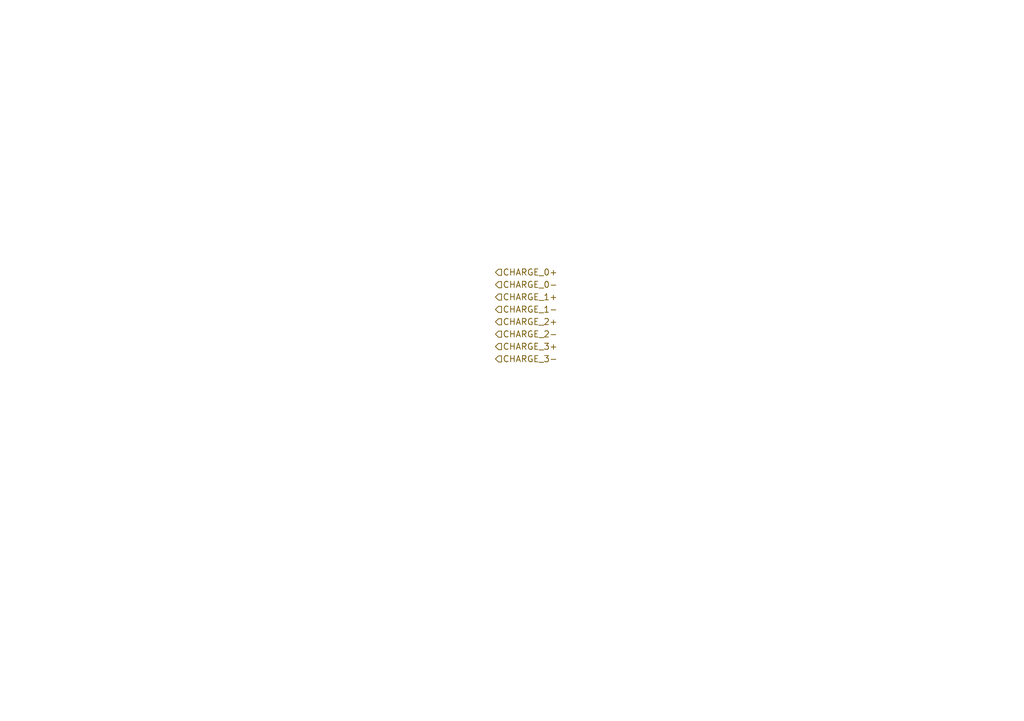
<source format=kicad_sch>
(kicad_sch (version 20230121) (generator eeschema)
  (paper "A5")
  (lib_symbols)
  (hierarchical_label "CHARGE_1-" (shape input) (at 101.6 63.5 0))
  (hierarchical_label "CHARGE_2-" (shape input) (at 101.6 68.58 0))
  (hierarchical_label "CHARGE_0-" (shape input) (at 101.6 58.42 0))
  (hierarchical_label "CHARGE_0+" (shape input) (at 101.6 55.88 0))
  (hierarchical_label "CHARGE_3-" (shape input) (at 101.6 73.66 0))
  (hierarchical_label "CHARGE_3+" (shape input) (at 101.6 71.12 0))
  (hierarchical_label "CHARGE_1+" (shape input) (at 101.6 60.96 0))
  (hierarchical_label "CHARGE_2+" (shape input) (at 101.6 66.04 0))
)
</source>
